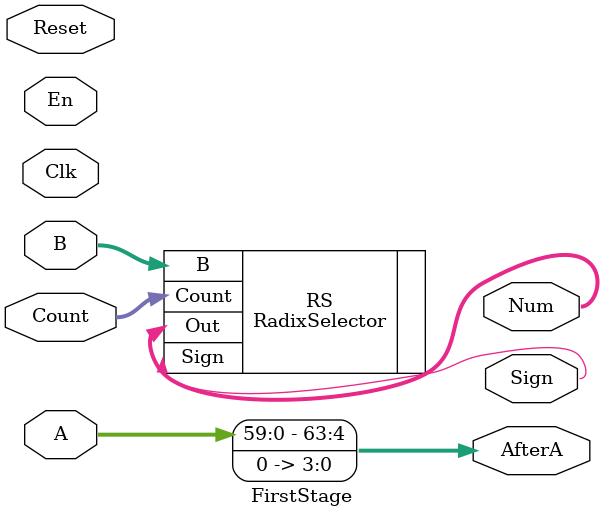
<source format=v>
`timescale 1ns/1ns

module FirstStage(Clk, En, Reset, Count, A, B, Sign, AfterA, Num);

input Clk, En, Reset;
input [3:0] Count;
input [63:0] A;
input [32:0] B;
output Sign;
output [63:0] AfterA;
output [3:0] Num;

RadixSelector RS(.Count(Count), .B(B), .Sign(Sign), .Out(Num));
assign AfterA = {A[59:0], 4'b0000};

endmodule


</source>
